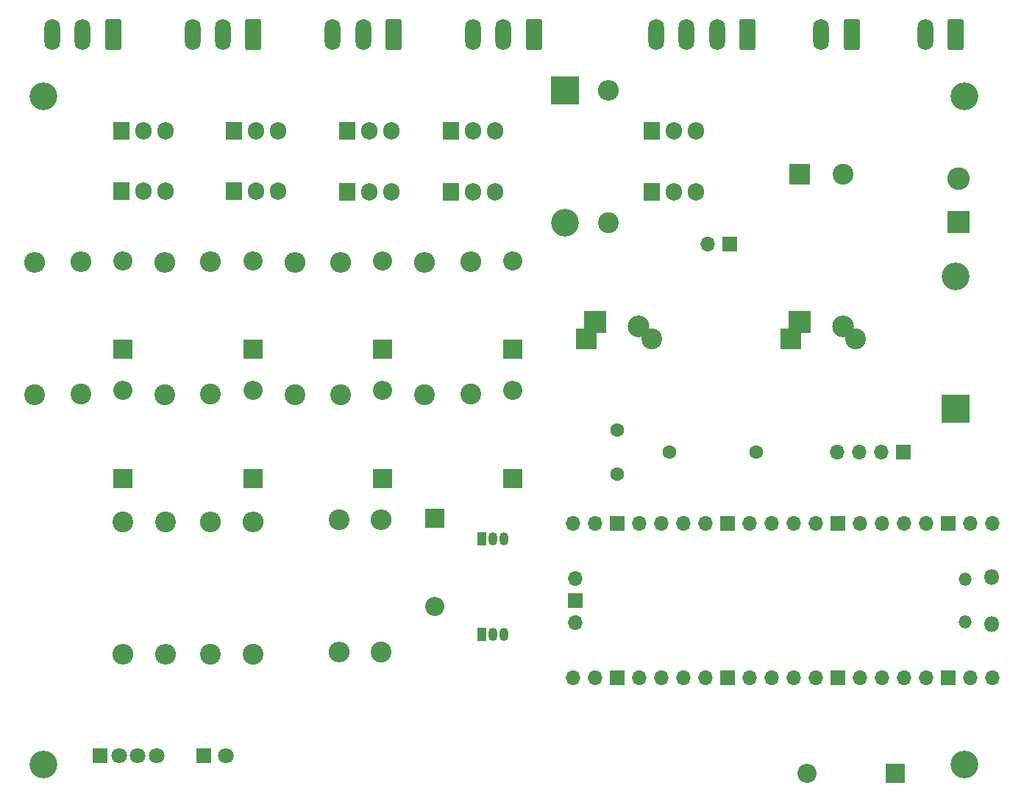
<source format=gbs>
%TF.GenerationSoftware,KiCad,Pcbnew,7.0.7+dfsg-1*%
%TF.CreationDate,2024-04-04T17:55:19+01:00*%
%TF.ProjectId,point-controller,706f696e-742d-4636-9f6e-74726f6c6c65,rev?*%
%TF.SameCoordinates,Original*%
%TF.FileFunction,Soldermask,Bot*%
%TF.FilePolarity,Negative*%
%FSLAX46Y46*%
G04 Gerber Fmt 4.6, Leading zero omitted, Abs format (unit mm)*
G04 Created by KiCad (PCBNEW 7.0.7+dfsg-1) date 2024-04-04 17:55:19*
%MOMM*%
%LPD*%
G01*
G04 APERTURE LIST*
G04 Aperture macros list*
%AMRoundRect*
0 Rectangle with rounded corners*
0 $1 Rounding radius*
0 $2 $3 $4 $5 $6 $7 $8 $9 X,Y pos of 4 corners*
0 Add a 4 corners polygon primitive as box body*
4,1,4,$2,$3,$4,$5,$6,$7,$8,$9,$2,$3,0*
0 Add four circle primitives for the rounded corners*
1,1,$1+$1,$2,$3*
1,1,$1+$1,$4,$5*
1,1,$1+$1,$6,$7*
1,1,$1+$1,$8,$9*
0 Add four rect primitives between the rounded corners*
20,1,$1+$1,$2,$3,$4,$5,0*
20,1,$1+$1,$4,$5,$6,$7,0*
20,1,$1+$1,$6,$7,$8,$9,0*
20,1,$1+$1,$8,$9,$2,$3,0*%
G04 Aperture macros list end*
%ADD10R,1.905000X2.000000*%
%ADD11O,1.905000X2.000000*%
%ADD12C,2.400000*%
%ADD13O,2.400000X2.400000*%
%ADD14R,1.800000X1.800000*%
%ADD15C,1.800000*%
%ADD16R,2.200000X2.200000*%
%ADD17O,2.200000X2.200000*%
%ADD18R,1.050000X1.500000*%
%ADD19O,1.050000X1.500000*%
%ADD20RoundRect,0.250000X0.650000X1.550000X-0.650000X1.550000X-0.650000X-1.550000X0.650000X-1.550000X0*%
%ADD21O,1.800000X3.600000*%
%ADD22R,3.200000X3.200000*%
%ADD23O,3.200000X3.200000*%
%ADD24C,1.600000*%
%ADD25R,2.400000X2.400000*%
%ADD26R,2.500000X2.500000*%
%ADD27C,2.500000*%
%ADD28C,3.200000*%
%ADD29R,2.600000X2.600000*%
%ADD30C,2.600000*%
%ADD31R,1.700000X1.700000*%
%ADD32O,1.700000X1.700000*%
%ADD33O,1.800000X1.800000*%
%ADD34O,1.500000X1.500000*%
G04 APERTURE END LIST*
D10*
%TO.C,Q7*%
X57920000Y-40945000D03*
D11*
X60460000Y-40945000D03*
X63000000Y-40945000D03*
%TD*%
D10*
%TO.C,Q1*%
X119000000Y-41000000D03*
D11*
X121540000Y-41000000D03*
X124080000Y-41000000D03*
%TD*%
D12*
%TO.C,R10*%
X62959089Y-64419999D03*
D13*
X62959089Y-49179999D03*
%TD*%
D14*
%TO.C,D4*%
X67460000Y-106000000D03*
D15*
X70000000Y-106000000D03*
%TD*%
D10*
%TO.C,Q9*%
X83920000Y-41000000D03*
D11*
X86460000Y-41000000D03*
X89000000Y-41000000D03*
%TD*%
D16*
%TO.C,D3*%
X94000000Y-78660000D03*
D17*
X94000000Y-88820000D03*
%TD*%
D18*
%TO.C,Q2*%
X99460000Y-81000000D03*
D19*
X100730000Y-81000000D03*
X102000000Y-81000000D03*
%TD*%
D16*
%TO.C,D14*%
X88040904Y-59160000D03*
D17*
X88040904Y-49000000D03*
%TD*%
D20*
%TO.C,J9*%
X89296666Y-22932500D03*
D21*
X85796666Y-22932500D03*
X82296666Y-22932500D03*
%TD*%
D22*
%TO.C,D1*%
X154000000Y-66000000D03*
D23*
X154000000Y-50760000D03*
%TD*%
D10*
%TO.C,Q5*%
X70920000Y-40945000D03*
D11*
X73460000Y-40945000D03*
X76000000Y-40945000D03*
%TD*%
D12*
%TO.C,R9*%
X53286363Y-64340000D03*
D13*
X53286363Y-49100000D03*
%TD*%
D18*
%TO.C,Q3*%
X99460000Y-92000000D03*
D19*
X100730000Y-92000000D03*
X102000000Y-92000000D03*
%TD*%
D10*
%TO.C,Q6*%
X57920000Y-34000000D03*
D11*
X60460000Y-34000000D03*
X63000000Y-34000000D03*
%TD*%
D16*
%TO.C,D7*%
X73081815Y-59160000D03*
D17*
X73081815Y-49000000D03*
%TD*%
D24*
%TO.C,C4*%
X115000000Y-68500000D03*
X115000000Y-73500000D03*
%TD*%
D12*
%TO.C,R3*%
X87836370Y-94000000D03*
D13*
X87836370Y-78760000D03*
%TD*%
D20*
%TO.C,J3*%
X130000000Y-22932500D03*
D21*
X126500000Y-22932500D03*
X123000000Y-22932500D03*
X119500000Y-22932500D03*
%TD*%
D12*
%TO.C,R6*%
X63000000Y-79000000D03*
D13*
X63000000Y-94240000D03*
%TD*%
D20*
%TO.C,J5*%
X142000000Y-22932500D03*
D21*
X138500000Y-22932500D03*
%TD*%
D16*
%TO.C,D12*%
X88040904Y-74080000D03*
D17*
X88040904Y-63920000D03*
%TD*%
D12*
%TO.C,R11*%
X68245452Y-64340000D03*
D13*
X68245452Y-49100000D03*
%TD*%
D25*
%TO.C,C3*%
X135000000Y-58000000D03*
D26*
X136000000Y-56000000D03*
D27*
X141000000Y-56500000D03*
D12*
X142500000Y-58000000D03*
%TD*%
D10*
%TO.C,U1*%
X119000000Y-34000000D03*
D11*
X121540000Y-34000000D03*
X124080000Y-34000000D03*
%TD*%
D16*
%TO.C,D8*%
X73081815Y-74080000D03*
D17*
X73081815Y-63920000D03*
%TD*%
D16*
%TO.C,D13*%
X103000000Y-59160000D03*
D17*
X103000000Y-49000000D03*
%TD*%
D22*
%TO.C,D2*%
X109000000Y-29380000D03*
D23*
X109000000Y-44620000D03*
%TD*%
D12*
%TO.C,R14*%
X92877267Y-64419999D03*
D13*
X92877267Y-49179999D03*
%TD*%
D20*
%TO.C,J8*%
X105445000Y-22932500D03*
D21*
X101945000Y-22932500D03*
X98445000Y-22932500D03*
%TD*%
D28*
%TO.C,H1*%
X49000000Y-30000000D03*
%TD*%
D29*
%TO.C,J1*%
X154305000Y-44500000D03*
D30*
X154305000Y-39500000D03*
%TD*%
D28*
%TO.C,H3*%
X49000000Y-107000000D03*
%TD*%
D31*
%TO.C,JP1*%
X128000000Y-47000000D03*
D32*
X125460000Y-47000000D03*
%TD*%
D16*
%TO.C,D11*%
X103000000Y-74080000D03*
D17*
X103000000Y-63920000D03*
%TD*%
D25*
%TO.C,C1*%
X136000000Y-39000000D03*
D12*
X141000000Y-39000000D03*
%TD*%
D10*
%TO.C,Q8*%
X95920000Y-41000000D03*
D11*
X98460000Y-41000000D03*
X101000000Y-41000000D03*
%TD*%
D16*
%TO.C,D9*%
X58122726Y-59160000D03*
D17*
X58122726Y-49000000D03*
%TD*%
D12*
%TO.C,R1*%
X114000000Y-44620000D03*
D13*
X114000000Y-29380000D03*
%TD*%
D12*
%TO.C,R8*%
X48000000Y-64419999D03*
D13*
X48000000Y-49179999D03*
%TD*%
D28*
%TO.C,H2*%
X155000000Y-30000000D03*
%TD*%
D20*
%TO.C,J6*%
X73148333Y-22932500D03*
D21*
X69648333Y-22932500D03*
X66148333Y-22932500D03*
%TD*%
D12*
%TO.C,R12*%
X77918178Y-64419999D03*
D13*
X77918178Y-49179999D03*
%TD*%
D12*
%TO.C,R2*%
X83000000Y-78760000D03*
D13*
X83000000Y-94000000D03*
%TD*%
D24*
%TO.C,C5*%
X121000000Y-71000000D03*
X131000000Y-71000000D03*
%TD*%
D10*
%TO.C,Q11*%
X83920000Y-34000000D03*
D11*
X86460000Y-34000000D03*
X89000000Y-34000000D03*
%TD*%
D20*
%TO.C,J7*%
X57000000Y-22932500D03*
D21*
X53500000Y-22932500D03*
X50000000Y-22932500D03*
%TD*%
D12*
%TO.C,R5*%
X68245452Y-94240000D03*
D13*
X68245452Y-79000000D03*
%TD*%
D20*
%TO.C,J2*%
X154000000Y-22932500D03*
D21*
X150500000Y-22932500D03*
%TD*%
D28*
%TO.C,H4*%
X155000000Y-107000000D03*
%TD*%
D14*
%TO.C,D6*%
X55523000Y-106000000D03*
D15*
X57682000Y-106000000D03*
X59841000Y-106000000D03*
X62000000Y-106000000D03*
%TD*%
D33*
%TO.C,U2*%
X158110000Y-85385000D03*
D34*
X155080000Y-85685000D03*
X155080000Y-90535000D03*
D33*
X158110000Y-90835000D03*
D32*
X158240000Y-79220000D03*
X155700000Y-79220000D03*
D31*
X153160000Y-79220000D03*
D32*
X150620000Y-79220000D03*
X148080000Y-79220000D03*
X145540000Y-79220000D03*
X143000000Y-79220000D03*
D31*
X140460000Y-79220000D03*
D32*
X137920000Y-79220000D03*
X135380000Y-79220000D03*
X132840000Y-79220000D03*
X130300000Y-79220000D03*
D31*
X127760000Y-79220000D03*
D32*
X125220000Y-79220000D03*
X122680000Y-79220000D03*
X120140000Y-79220000D03*
X117600000Y-79220000D03*
D31*
X115060000Y-79220000D03*
D32*
X112520000Y-79220000D03*
X109980000Y-79220000D03*
X109980000Y-97000000D03*
X112520000Y-97000000D03*
D31*
X115060000Y-97000000D03*
D32*
X117600000Y-97000000D03*
X120140000Y-97000000D03*
X122680000Y-97000000D03*
X125220000Y-97000000D03*
D31*
X127760000Y-97000000D03*
D32*
X130300000Y-97000000D03*
X132840000Y-97000000D03*
X135380000Y-97000000D03*
X137920000Y-97000000D03*
D31*
X140460000Y-97000000D03*
D32*
X143000000Y-97000000D03*
X145540000Y-97000000D03*
X148080000Y-97000000D03*
X150620000Y-97000000D03*
D31*
X153160000Y-97000000D03*
D32*
X155700000Y-97000000D03*
X158240000Y-97000000D03*
X110210000Y-85570000D03*
D31*
X110210000Y-88110000D03*
D32*
X110210000Y-90650000D03*
%TD*%
D12*
%TO.C,R15*%
X98163630Y-64340000D03*
D13*
X98163630Y-49100000D03*
%TD*%
D16*
%TO.C,D5*%
X147000000Y-108000000D03*
D17*
X136840000Y-108000000D03*
%TD*%
D31*
%TO.C,J4*%
X148000000Y-71000000D03*
D32*
X145460000Y-71000000D03*
X142920000Y-71000000D03*
X140380000Y-71000000D03*
%TD*%
D12*
%TO.C,R7*%
X58163637Y-79000000D03*
D13*
X58163637Y-94240000D03*
%TD*%
D12*
%TO.C,R4*%
X73081815Y-94240000D03*
D13*
X73081815Y-79000000D03*
%TD*%
D12*
%TO.C,R13*%
X83204541Y-64419999D03*
D13*
X83204541Y-49179999D03*
%TD*%
D16*
%TO.C,D10*%
X58122726Y-74080000D03*
D17*
X58122726Y-63920000D03*
%TD*%
D10*
%TO.C,Q4*%
X70920000Y-34000000D03*
D11*
X73460000Y-34000000D03*
X76000000Y-34000000D03*
%TD*%
D10*
%TO.C,Q10*%
X95920000Y-34000000D03*
D11*
X98460000Y-34000000D03*
X101000000Y-34000000D03*
%TD*%
D25*
%TO.C,C2*%
X111487246Y-58000000D03*
D26*
X112487246Y-56000000D03*
D27*
X117487246Y-56500000D03*
D12*
X118987246Y-58000000D03*
%TD*%
M02*

</source>
